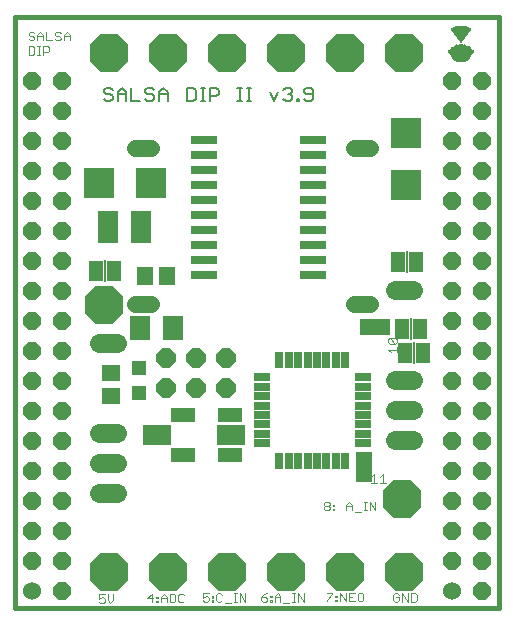
<source format=gts>
G75*
%MOIN*%
%OFA0B0*%
%FSLAX24Y24*%
%IPPOS*%
%LPD*%
%AMOC8*
5,1,8,0,0,1.08239X$1,22.5*
%
%ADD10C,0.0160*%
%ADD11C,0.0030*%
%ADD12C,0.0060*%
%ADD13C,0.0040*%
%ADD14R,0.0540X0.0260*%
%ADD15R,0.0260X0.0540*%
%ADD16OC8,0.0640*%
%ADD17OC8,0.1290*%
%ADD18R,0.0512X0.0512*%
%ADD19R,0.0670X0.0827*%
%ADD20C,0.0600*%
%ADD21OC8,0.0600*%
%ADD22R,0.1040X0.0540*%
%ADD23R,0.0540X0.1040*%
%ADD24R,0.0906X0.0276*%
%ADD25R,0.0552X0.0631*%
%ADD26R,0.0670X0.1103*%
%ADD27R,0.0500X0.0670*%
%ADD28R,0.0060X0.0720*%
%ADD29R,0.0827X0.0473*%
%ADD30R,0.0631X0.0552*%
%ADD31C,0.0555*%
%ADD32R,0.0985X0.0985*%
%ADD33C,0.0640*%
%ADD34R,0.0312X0.0004*%
%ADD35R,0.0344X0.0004*%
%ADD36R,0.0368X0.0004*%
%ADD37R,0.0392X0.0004*%
%ADD38R,0.0408X0.0004*%
%ADD39R,0.0424X0.0004*%
%ADD40R,0.0432X0.0004*%
%ADD41R,0.0448X0.0004*%
%ADD42R,0.0456X0.0004*%
%ADD43R,0.0472X0.0004*%
%ADD44R,0.0480X0.0004*%
%ADD45R,0.0488X0.0004*%
%ADD46R,0.0496X0.0004*%
%ADD47R,0.0504X0.0004*%
%ADD48R,0.0512X0.0004*%
%ADD49R,0.0520X0.0004*%
%ADD50R,0.0528X0.0004*%
%ADD51R,0.0536X0.0004*%
%ADD52R,0.0536X0.0004*%
%ADD53R,0.0544X0.0004*%
%ADD54R,0.0552X0.0004*%
%ADD55R,0.0560X0.0004*%
%ADD56R,0.0560X0.0004*%
%ADD57R,0.0568X0.0004*%
%ADD58R,0.0576X0.0004*%
%ADD59R,0.0584X0.0004*%
%ADD60R,0.0592X0.0004*%
%ADD61R,0.0592X0.0004*%
%ADD62R,0.0600X0.0004*%
%ADD63R,0.0608X0.0004*%
%ADD64R,0.0608X0.0004*%
%ADD65R,0.0616X0.0004*%
%ADD66R,0.0624X0.0004*%
%ADD67R,0.0632X0.0004*%
%ADD68R,0.0632X0.0004*%
%ADD69R,0.0640X0.0004*%
%ADD70R,0.0648X0.0004*%
%ADD71R,0.0648X0.0004*%
%ADD72R,0.0656X0.0004*%
%ADD73R,0.0664X0.0004*%
%ADD74R,0.0664X0.0004*%
%ADD75R,0.0672X0.0004*%
%ADD76R,0.0680X0.0004*%
%ADD77R,0.0680X0.0004*%
%ADD78R,0.0688X0.0004*%
%ADD79R,0.0696X0.0004*%
%ADD80R,0.0700X0.0004*%
%ADD81R,0.0708X0.0004*%
%ADD82R,0.0716X0.0004*%
%ADD83R,0.0720X0.0004*%
%ADD84R,0.0720X0.0004*%
%ADD85R,0.0724X0.0004*%
%ADD86R,0.0808X0.0004*%
%ADD87R,0.0824X0.0004*%
%ADD88R,0.0832X0.0004*%
%ADD89R,0.0840X0.0004*%
%ADD90R,0.0848X0.0004*%
%ADD91R,0.0856X0.0004*%
%ADD92R,0.0860X0.0004*%
%ADD93R,0.0864X0.0004*%
%ADD94R,0.0864X0.0004*%
%ADD95R,0.0868X0.0004*%
%ADD96R,0.0872X0.0004*%
%ADD97R,0.0872X0.0004*%
%ADD98R,0.0860X0.0004*%
%ADD99R,0.0832X0.0004*%
%ADD100R,0.0824X0.0004*%
%ADD101R,0.0708X0.0004*%
%ADD102R,0.0712X0.0004*%
%ADD103R,0.0712X0.0004*%
%ADD104R,0.0700X0.0004*%
%ADD105R,0.0696X0.0004*%
%ADD106R,0.0692X0.0004*%
%ADD107R,0.0668X0.0004*%
%ADD108R,0.0660X0.0004*%
%ADD109R,0.0452X0.0004*%
%ADD110R,0.0188X0.0004*%
%ADD111R,0.0448X0.0004*%
%ADD112R,0.0440X0.0004*%
%ADD113R,0.0184X0.0004*%
%ADD114R,0.0432X0.0004*%
%ADD115R,0.0184X0.0004*%
%ADD116R,0.0424X0.0004*%
%ADD117R,0.0412X0.0004*%
%ADD118R,0.0128X0.0004*%
%ADD119R,0.0044X0.0004*%
%ADD120R,0.0400X0.0004*%
%ADD121R,0.0008X0.0004*%
%ADD122R,0.0388X0.0004*%
%ADD123R,0.0132X0.0004*%
%ADD124R,0.0360X0.0004*%
%ADD125R,0.0136X0.0004*%
%ADD126R,0.0340X0.0004*%
%ADD127R,0.0140X0.0004*%
%ADD128R,0.0328X0.0004*%
%ADD129R,0.0144X0.0004*%
%ADD130R,0.0324X0.0004*%
%ADD131R,0.0148X0.0004*%
%ADD132R,0.0320X0.0004*%
%ADD133R,0.0156X0.0004*%
%ADD134R,0.0316X0.0004*%
%ADD135R,0.0176X0.0004*%
%ADD136R,0.0080X0.0004*%
%ADD137R,0.0052X0.0004*%
%ADD138R,0.0380X0.0004*%
%ADD139R,0.0372X0.0004*%
%ADD140R,0.0356X0.0004*%
%ADD141R,0.0004X0.0004*%
%ADD142R,0.0308X0.0004*%
%ADD143R,0.0060X0.0004*%
%ADD144R,0.0240X0.0004*%
%ADD145R,0.0232X0.0004*%
%ADD146R,0.0044X0.0004*%
%ADD147R,0.0164X0.0004*%
%ADD148R,0.0056X0.0004*%
%ADD149R,0.0036X0.0004*%
%ADD150R,0.0156X0.0004*%
%ADD151R,0.0048X0.0004*%
%ADD152R,0.0024X0.0004*%
%ADD153R,0.0036X0.0004*%
%ADD154R,0.0016X0.0004*%
%ADD155R,0.0028X0.0004*%
%ADD156R,0.0012X0.0004*%
%ADD157R,0.0124X0.0004*%
%ADD158R,0.0108X0.0004*%
%ADD159R,0.0008X0.0004*%
%ADD160R,0.0092X0.0004*%
%ADD161R,0.0068X0.0004*%
%ADD162R,0.0008X0.0004*%
%ADD163R,0.0016X0.0004*%
%ADD164R,0.0024X0.0004*%
%ADD165R,0.0032X0.0004*%
%ADD166R,0.0032X0.0004*%
%ADD167R,0.0040X0.0004*%
%ADD168R,0.0056X0.0004*%
%ADD169R,0.0064X0.0004*%
%ADD170R,0.0072X0.0004*%
%ADD171R,0.0088X0.0004*%
%ADD172R,0.0096X0.0004*%
%ADD173R,0.0104X0.0004*%
%ADD174R,0.0112X0.0004*%
%ADD175R,0.0120X0.0004*%
%ADD176R,0.0124X0.0004*%
%ADD177R,0.0128X0.0004*%
%ADD178R,0.0144X0.0004*%
%ADD179R,0.0152X0.0004*%
%ADD180R,0.0152X0.0004*%
%ADD181R,0.0160X0.0004*%
%ADD182R,0.0168X0.0004*%
%ADD183R,0.0176X0.0004*%
%ADD184R,0.0184X0.0004*%
%ADD185R,0.0192X0.0004*%
%ADD186R,0.0200X0.0004*%
%ADD187R,0.0208X0.0004*%
%ADD188R,0.0216X0.0004*%
%ADD189R,0.0216X0.0004*%
%ADD190R,0.0224X0.0004*%
%ADD191R,0.0232X0.0004*%
%ADD192R,0.0240X0.0004*%
%ADD193R,0.0248X0.0004*%
%ADD194R,0.0256X0.0004*%
%ADD195R,0.0264X0.0004*%
%ADD196R,0.0272X0.0004*%
%ADD197R,0.0280X0.0004*%
%ADD198R,0.0288X0.0004*%
%ADD199R,0.0296X0.0004*%
%ADD200R,0.0304X0.0004*%
%ADD201R,0.0320X0.0004*%
%ADD202R,0.0328X0.0004*%
%ADD203R,0.0336X0.0004*%
%ADD204R,0.0336X0.0004*%
%ADD205R,0.0200X0.0004*%
%ADD206R,0.0128X0.0004*%
%ADD207R,0.0204X0.0004*%
%ADD208R,0.0216X0.0004*%
%ADD209R,0.0228X0.0004*%
%ADD210R,0.0416X0.0004*%
%ADD211R,0.0424X0.0004*%
%ADD212R,0.0428X0.0004*%
%ADD213R,0.0304X0.0004*%
%ADD214R,0.0180X0.0004*%
%ADD215R,0.0112X0.0004*%
%ADD216R,0.0176X0.0004*%
%ADD217R,0.0112X0.0004*%
%ADD218R,0.0132X0.0004*%
%ADD219R,0.0116X0.0004*%
%ADD220R,0.0332X0.0004*%
%ADD221R,0.0336X0.0004*%
%ADD222R,0.0480X0.0004*%
%ADD223R,0.0496X0.0004*%
%ADD224R,0.0512X0.0004*%
%ADD225R,0.0544X0.0004*%
%ADD226R,0.0208X0.0004*%
%ADD227R,0.0356X0.0004*%
%ADD228R,0.0208X0.0004*%
%ADD229R,0.0364X0.0004*%
%ADD230R,0.0212X0.0004*%
%ADD231R,0.0368X0.0004*%
%ADD232R,0.0220X0.0004*%
%ADD233R,0.0600X0.0004*%
%ADD234R,0.0356X0.0004*%
%ADD235R,0.0228X0.0004*%
%ADD236R,0.0236X0.0004*%
%ADD237R,0.0360X0.0004*%
%ADD238R,0.0368X0.0004*%
%ADD239R,0.0244X0.0004*%
%ADD240R,0.0252X0.0004*%
%ADD241R,0.0376X0.0004*%
%ADD242R,0.0672X0.0004*%
%ADD243R,0.0624X0.0004*%
%ADD244R,0.0596X0.0004*%
%ADD245R,0.0552X0.0004*%
%ADD246R,0.0456X0.0004*%
%ADD247R,0.0384X0.0004*%
%ADD248R,0.0352X0.0004*%
%ADD249R,0.0188X0.0004*%
%ADD250R,0.0108X0.0004*%
%ADD251R,0.0946X0.0670*%
D10*
X001046Y000180D02*
X017188Y000180D01*
X017188Y019865D01*
X001046Y019865D01*
X001046Y000180D01*
D11*
X003850Y000383D02*
X003898Y000334D01*
X003995Y000334D01*
X004044Y000383D01*
X004044Y000479D01*
X003995Y000528D01*
X003947Y000528D01*
X003850Y000479D01*
X003850Y000624D01*
X004044Y000624D01*
X004145Y000624D02*
X004145Y000431D01*
X004241Y000334D01*
X004338Y000431D01*
X004338Y000624D01*
X005474Y000502D02*
X005667Y000502D01*
X005768Y000502D02*
X005768Y000550D01*
X005817Y000550D01*
X005817Y000502D01*
X005768Y000502D01*
X005768Y000405D02*
X005768Y000357D01*
X005817Y000357D01*
X005817Y000405D01*
X005768Y000405D01*
X005916Y000357D02*
X005916Y000550D01*
X006012Y000647D01*
X006109Y000550D01*
X006109Y000357D01*
X006210Y000357D02*
X006355Y000357D01*
X006404Y000405D01*
X006404Y000599D01*
X006355Y000647D01*
X006210Y000647D01*
X006210Y000357D01*
X006109Y000502D02*
X005916Y000502D01*
X005619Y000357D02*
X005619Y000647D01*
X005474Y000502D01*
X006505Y000599D02*
X006505Y000405D01*
X006553Y000357D01*
X006650Y000357D01*
X006698Y000405D01*
X006698Y000599D02*
X006650Y000647D01*
X006553Y000647D01*
X006505Y000599D01*
X007319Y000665D02*
X007319Y000520D01*
X007416Y000568D01*
X007465Y000568D01*
X007513Y000520D01*
X007513Y000423D01*
X007465Y000375D01*
X007368Y000375D01*
X007319Y000423D01*
X007319Y000665D02*
X007513Y000665D01*
X007614Y000568D02*
X007614Y000520D01*
X007662Y000520D01*
X007662Y000568D01*
X007614Y000568D01*
X007614Y000423D02*
X007614Y000375D01*
X007662Y000375D01*
X007662Y000423D01*
X007614Y000423D01*
X007761Y000423D02*
X007810Y000375D01*
X007906Y000375D01*
X007955Y000423D01*
X008056Y000327D02*
X008250Y000327D01*
X008351Y000375D02*
X008447Y000375D01*
X008399Y000375D02*
X008399Y000665D01*
X008351Y000665D02*
X008447Y000665D01*
X008547Y000665D02*
X008741Y000375D01*
X008741Y000665D01*
X008547Y000665D02*
X008547Y000375D01*
X007955Y000617D02*
X007906Y000665D01*
X007810Y000665D01*
X007761Y000617D01*
X007761Y000423D01*
X009271Y000427D02*
X009319Y000379D01*
X009416Y000379D01*
X009465Y000427D01*
X009465Y000476D01*
X009416Y000524D01*
X009271Y000524D01*
X009271Y000427D01*
X009271Y000524D02*
X009368Y000621D01*
X009465Y000669D01*
X009566Y000572D02*
X009566Y000524D01*
X009614Y000524D01*
X009614Y000572D01*
X009566Y000572D01*
X009566Y000427D02*
X009566Y000379D01*
X009614Y000379D01*
X009614Y000427D01*
X009566Y000427D01*
X009713Y000379D02*
X009713Y000572D01*
X009810Y000669D01*
X009907Y000572D01*
X009907Y000379D01*
X010008Y000331D02*
X010201Y000331D01*
X010302Y000379D02*
X010399Y000379D01*
X010351Y000379D02*
X010351Y000669D01*
X010399Y000669D02*
X010302Y000669D01*
X010499Y000669D02*
X010692Y000379D01*
X010692Y000669D01*
X010499Y000669D02*
X010499Y000379D01*
X009907Y000524D02*
X009713Y000524D01*
X011446Y000437D02*
X011446Y000389D01*
X011446Y000437D02*
X011639Y000631D01*
X011639Y000679D01*
X011446Y000679D01*
X011740Y000582D02*
X011740Y000534D01*
X011789Y000534D01*
X011789Y000582D01*
X011740Y000582D01*
X011740Y000437D02*
X011740Y000389D01*
X011789Y000389D01*
X011789Y000437D01*
X011740Y000437D01*
X011888Y000389D02*
X011888Y000679D01*
X012081Y000389D01*
X012081Y000679D01*
X012182Y000679D02*
X012182Y000389D01*
X012376Y000389D01*
X012477Y000437D02*
X012525Y000389D01*
X012622Y000389D01*
X012670Y000437D01*
X012670Y000631D01*
X012622Y000679D01*
X012525Y000679D01*
X012477Y000631D01*
X012477Y000437D01*
X012279Y000534D02*
X012182Y000534D01*
X012182Y000679D02*
X012376Y000679D01*
X013661Y000618D02*
X013661Y000424D01*
X013709Y000376D01*
X013806Y000376D01*
X013854Y000424D01*
X013854Y000521D01*
X013758Y000521D01*
X013854Y000618D02*
X013806Y000666D01*
X013709Y000666D01*
X013661Y000618D01*
X013955Y000666D02*
X013955Y000376D01*
X014149Y000376D02*
X014149Y000666D01*
X014250Y000666D02*
X014395Y000666D01*
X014444Y000618D01*
X014444Y000424D01*
X014395Y000376D01*
X014250Y000376D01*
X014250Y000666D01*
X013955Y000666D02*
X014149Y000376D01*
X012582Y003378D02*
X012389Y003378D01*
X012288Y003426D02*
X012288Y003620D01*
X012191Y003716D01*
X012094Y003620D01*
X012094Y003426D01*
X012094Y003571D02*
X012288Y003571D01*
X012684Y003426D02*
X012780Y003426D01*
X012732Y003426D02*
X012732Y003716D01*
X012684Y003716D02*
X012780Y003716D01*
X012880Y003716D02*
X012880Y003426D01*
X013074Y003426D02*
X012880Y003716D01*
X013074Y003716D02*
X013074Y003426D01*
X013115Y004339D02*
X012922Y004339D01*
X013019Y004339D02*
X013019Y004629D01*
X012922Y004532D01*
X013217Y004532D02*
X013313Y004629D01*
X013313Y004339D01*
X013217Y004339D02*
X013410Y004339D01*
X011701Y003620D02*
X011701Y003571D01*
X011652Y003571D01*
X011652Y003620D01*
X011701Y003620D01*
X011701Y003474D02*
X011652Y003474D01*
X011652Y003426D01*
X011701Y003426D01*
X011701Y003474D01*
X011551Y003474D02*
X011503Y003426D01*
X011406Y003426D01*
X011358Y003474D01*
X011358Y003523D01*
X011406Y003571D01*
X011503Y003571D01*
X011551Y003523D01*
X011551Y003474D01*
X011503Y003571D02*
X011551Y003620D01*
X011551Y003668D01*
X011503Y003716D01*
X011406Y003716D01*
X011358Y003668D01*
X011358Y003620D01*
X011406Y003571D01*
X013596Y008690D02*
X013499Y008786D01*
X013790Y008786D01*
X013790Y008690D02*
X013790Y008883D01*
X013741Y008984D02*
X013548Y009178D01*
X013741Y009178D01*
X013790Y009129D01*
X013790Y009033D01*
X013741Y008984D01*
X013548Y008984D01*
X013499Y009033D01*
X013499Y009129D01*
X013548Y009178D01*
X005299Y009639D02*
X005299Y009833D01*
X005250Y009881D01*
X005153Y009881D01*
X005105Y009833D01*
X005105Y009785D01*
X005153Y009736D01*
X005299Y009736D01*
X005299Y009639D02*
X005250Y009591D01*
X005153Y009591D01*
X005105Y009639D01*
D12*
X004940Y017075D02*
X005234Y017075D01*
X005400Y017148D02*
X005474Y017075D01*
X005621Y017075D01*
X005694Y017148D01*
X005694Y017221D01*
X005621Y017295D01*
X005474Y017295D01*
X005400Y017368D01*
X005400Y017442D01*
X005474Y017515D01*
X005621Y017515D01*
X005694Y017442D01*
X005861Y017368D02*
X005861Y017075D01*
X005861Y017295D02*
X006154Y017295D01*
X006154Y017368D02*
X006154Y017075D01*
X006154Y017368D02*
X006008Y017515D01*
X005861Y017368D01*
X006782Y017515D02*
X006782Y017075D01*
X007002Y017075D01*
X007075Y017148D01*
X007075Y017442D01*
X007002Y017515D01*
X006782Y017515D01*
X007242Y017515D02*
X007389Y017515D01*
X007315Y017515D02*
X007315Y017075D01*
X007242Y017075D02*
X007389Y017075D01*
X007549Y017075D02*
X007549Y017515D01*
X007769Y017515D01*
X007843Y017442D01*
X007843Y017295D01*
X007769Y017221D01*
X007549Y017221D01*
X008470Y017075D02*
X008617Y017075D01*
X008543Y017075D02*
X008543Y017515D01*
X008470Y017515D02*
X008617Y017515D01*
X008777Y017515D02*
X008923Y017515D01*
X008850Y017515D02*
X008850Y017075D01*
X008777Y017075D02*
X008923Y017075D01*
X009544Y017368D02*
X009691Y017075D01*
X009838Y017368D01*
X010004Y017442D02*
X010078Y017515D01*
X010225Y017515D01*
X010298Y017442D01*
X010298Y017368D01*
X010225Y017295D01*
X010298Y017221D01*
X010298Y017148D01*
X010225Y017075D01*
X010078Y017075D01*
X010004Y017148D01*
X010151Y017295D02*
X010225Y017295D01*
X010465Y017148D02*
X010538Y017148D01*
X010538Y017075D01*
X010465Y017075D01*
X010465Y017148D01*
X010695Y017148D02*
X010768Y017075D01*
X010915Y017075D01*
X010989Y017148D01*
X010989Y017442D01*
X010915Y017515D01*
X010768Y017515D01*
X010695Y017442D01*
X010695Y017368D01*
X010768Y017295D01*
X010989Y017295D01*
X004940Y017515D02*
X004940Y017075D01*
X004773Y017075D02*
X004773Y017368D01*
X004626Y017515D01*
X004480Y017368D01*
X004480Y017075D01*
X004313Y017148D02*
X004239Y017075D01*
X004093Y017075D01*
X004019Y017148D01*
X004093Y017295D02*
X004239Y017295D01*
X004313Y017221D01*
X004313Y017148D01*
X004480Y017295D02*
X004773Y017295D01*
X004313Y017442D02*
X004239Y017515D01*
X004093Y017515D01*
X004019Y017442D01*
X004019Y017368D01*
X004093Y017295D01*
D13*
X002876Y019090D02*
X002876Y019277D01*
X002782Y019371D01*
X002689Y019277D01*
X002689Y019090D01*
X002581Y019137D02*
X002534Y019090D01*
X002441Y019090D01*
X002394Y019137D01*
X002441Y019230D02*
X002534Y019230D01*
X002581Y019184D01*
X002581Y019137D01*
X002689Y019230D02*
X002876Y019230D01*
X002581Y019324D02*
X002534Y019371D01*
X002441Y019371D01*
X002394Y019324D01*
X002394Y019277D01*
X002441Y019230D01*
X002286Y019090D02*
X002100Y019090D01*
X002100Y019371D01*
X001992Y019277D02*
X001992Y019090D01*
X001992Y019230D02*
X001805Y019230D01*
X001805Y019277D02*
X001805Y019090D01*
X001697Y019137D02*
X001650Y019090D01*
X001557Y019090D01*
X001510Y019137D01*
X001557Y019230D02*
X001650Y019230D01*
X001697Y019184D01*
X001697Y019137D01*
X001557Y019230D02*
X001510Y019277D01*
X001510Y019324D01*
X001557Y019371D01*
X001650Y019371D01*
X001697Y019324D01*
X001805Y019277D02*
X001898Y019371D01*
X001992Y019277D01*
X002001Y018891D02*
X002142Y018891D01*
X002188Y018844D01*
X002188Y018750D01*
X002142Y018704D01*
X002001Y018704D01*
X002001Y018610D02*
X002001Y018891D01*
X001898Y018891D02*
X001805Y018891D01*
X001852Y018891D02*
X001852Y018610D01*
X001898Y018610D02*
X001805Y018610D01*
X001697Y018657D02*
X001650Y018610D01*
X001510Y018610D01*
X001510Y018891D01*
X001650Y018891D01*
X001697Y018844D01*
X001697Y018657D01*
D14*
X009277Y007865D03*
X009277Y007550D03*
X009277Y007235D03*
X009277Y006920D03*
X009277Y006605D03*
X009277Y006290D03*
X009277Y005975D03*
X009277Y005660D03*
X012657Y005660D03*
X012657Y005975D03*
X012657Y006290D03*
X012657Y006605D03*
X012657Y006920D03*
X012657Y007235D03*
X012657Y007550D03*
X012657Y007865D03*
D15*
X012069Y008453D03*
X011754Y008453D03*
X011440Y008453D03*
X011125Y008453D03*
X010810Y008453D03*
X010495Y008453D03*
X010180Y008453D03*
X009865Y008453D03*
X009865Y005073D03*
X010180Y005073D03*
X010495Y005073D03*
X010810Y005073D03*
X011125Y005073D03*
X011440Y005073D03*
X011754Y005073D03*
X012069Y005073D03*
D16*
X008085Y007507D03*
X008085Y008507D03*
X007085Y008507D03*
X006085Y008507D03*
X006085Y007507D03*
X007085Y007507D03*
D17*
X004029Y010271D03*
X004195Y018684D03*
X006164Y018684D03*
X008132Y018684D03*
X010101Y018684D03*
X012069Y018684D03*
X014038Y018684D03*
X013943Y003796D03*
X014038Y001361D03*
X012069Y001361D03*
X010101Y001361D03*
X008132Y001361D03*
X006164Y001361D03*
X004195Y001361D03*
D18*
X005186Y007344D03*
X005186Y008171D03*
D19*
X005221Y009498D03*
X006323Y009498D03*
D20*
X001617Y000735D03*
X015617Y000735D03*
D21*
X016617Y000735D03*
X016617Y001735D03*
X016617Y002735D03*
X016617Y003735D03*
X016617Y004735D03*
X016617Y005735D03*
X016617Y006735D03*
X016617Y007735D03*
X016617Y008735D03*
X016617Y009735D03*
X016617Y010735D03*
X016617Y011735D03*
X016617Y012735D03*
X016617Y013735D03*
X016617Y014735D03*
X016617Y015735D03*
X016617Y016735D03*
X016617Y017735D03*
X015617Y017735D03*
X015617Y016735D03*
X015617Y015735D03*
X015617Y014735D03*
X015617Y013735D03*
X015617Y012735D03*
X015617Y011735D03*
X015617Y010735D03*
X015617Y009735D03*
X015617Y008735D03*
X015617Y007735D03*
X015617Y006735D03*
X015617Y005735D03*
X015617Y004735D03*
X015617Y003735D03*
X015617Y002735D03*
X015617Y001735D03*
X002617Y001735D03*
X002617Y000735D03*
X001617Y001735D03*
X001617Y002735D03*
X001617Y003735D03*
X001617Y004735D03*
X001617Y005735D03*
X001617Y006735D03*
X001617Y007735D03*
X001617Y008735D03*
X001617Y009735D03*
X001617Y010735D03*
X001617Y011735D03*
X001617Y012735D03*
X001617Y013735D03*
X001617Y014735D03*
X001617Y015735D03*
X001617Y016735D03*
X001617Y017735D03*
X002617Y017735D03*
X002617Y016735D03*
X002617Y015735D03*
X002617Y014735D03*
X002617Y013735D03*
X002617Y012735D03*
X002617Y011735D03*
X002617Y010735D03*
X002617Y009735D03*
X002617Y008735D03*
X002617Y007735D03*
X002617Y006735D03*
X002617Y005735D03*
X002617Y004735D03*
X002617Y003735D03*
X002617Y002735D03*
D22*
X013063Y009533D03*
D23*
X012701Y004866D03*
D24*
X010986Y011273D03*
X010986Y011773D03*
X010986Y012273D03*
X010986Y012773D03*
X010986Y013273D03*
X010986Y013773D03*
X010986Y014273D03*
X010986Y014773D03*
X010986Y015273D03*
X010986Y015773D03*
X007364Y015773D03*
X007364Y015273D03*
X007364Y014773D03*
X007364Y014273D03*
X007364Y013773D03*
X007364Y013273D03*
X007364Y012773D03*
X007364Y012273D03*
X007364Y011773D03*
X007364Y011273D03*
D25*
X006125Y011232D03*
X005377Y011232D03*
D26*
X005265Y012866D03*
X004163Y012866D03*
D27*
X004361Y011410D03*
X003761Y011410D03*
X013827Y011693D03*
X014427Y011693D03*
X014571Y009470D03*
X013971Y009470D03*
X014046Y008670D03*
X014646Y008670D03*
D28*
X014346Y008670D03*
X014271Y009470D03*
X014127Y011693D03*
X004061Y011410D03*
D29*
X006648Y006609D03*
X006648Y005271D03*
X008223Y005271D03*
X008223Y006609D03*
D30*
X004246Y007246D03*
X004246Y007994D03*
D31*
X005068Y010320D02*
X005583Y010320D01*
X005583Y015520D02*
X005068Y015520D01*
X012368Y015520D02*
X012883Y015520D01*
X012883Y010320D02*
X012368Y010320D01*
D32*
X014086Y014279D03*
X014086Y016011D03*
X005602Y014335D03*
X003870Y014335D03*
D33*
X003856Y008990D02*
X004456Y008990D01*
X004456Y005990D02*
X003856Y005990D01*
X003856Y004990D02*
X004456Y004990D01*
X004456Y003990D02*
X003856Y003990D01*
X013711Y005755D02*
X014311Y005755D01*
X014311Y006755D02*
X013711Y006755D01*
X013711Y007755D02*
X014311Y007755D01*
X014311Y010755D02*
X013711Y010755D01*
D34*
X015926Y018382D03*
X015930Y018894D03*
X015926Y019194D03*
X015926Y019198D03*
D35*
X015926Y018386D03*
D36*
X015926Y018390D03*
D37*
X015926Y018394D03*
X015902Y018878D03*
D38*
X015926Y019258D03*
X015926Y019262D03*
X015926Y019518D03*
X015926Y018398D03*
D39*
X015926Y018402D03*
D40*
X015926Y018406D03*
X015926Y019278D03*
X015926Y019514D03*
D41*
X015926Y018410D03*
D42*
X015926Y018414D03*
D43*
X015926Y018418D03*
D44*
X015926Y018422D03*
X015926Y019506D03*
D45*
X015926Y019314D03*
X015926Y018426D03*
D46*
X015926Y018430D03*
D47*
X015926Y018434D03*
X015926Y019326D03*
D48*
X015926Y019498D03*
X015926Y018438D03*
D49*
X015926Y018442D03*
X015926Y019334D03*
X015926Y019338D03*
D50*
X015926Y019342D03*
X015926Y018446D03*
D51*
X015926Y018450D03*
D52*
X015926Y018454D03*
X015926Y019346D03*
X015926Y019494D03*
D53*
X015926Y019354D03*
X015926Y018458D03*
D54*
X015926Y018462D03*
X015926Y019358D03*
D55*
X015926Y019362D03*
X015926Y018466D03*
D56*
X015926Y018470D03*
D57*
X015926Y018474D03*
X015926Y019366D03*
X015926Y019486D03*
D58*
X015926Y018482D03*
X015926Y018478D03*
D59*
X015926Y018486D03*
X015926Y019482D03*
D60*
X015926Y018490D03*
D61*
X015926Y018494D03*
D62*
X015926Y018498D03*
X015926Y018502D03*
D63*
X015926Y018506D03*
X015926Y019474D03*
D64*
X015926Y018510D03*
D65*
X015926Y018514D03*
X015926Y018518D03*
D66*
X015926Y018522D03*
X015926Y018526D03*
D67*
X015926Y018530D03*
D68*
X015926Y018534D03*
X015926Y019466D03*
D69*
X015926Y018542D03*
X015926Y018538D03*
D70*
X015926Y018546D03*
X015926Y018554D03*
X015926Y019462D03*
D71*
X015926Y018550D03*
D72*
X015926Y018558D03*
X015926Y018562D03*
X015926Y019426D03*
X015926Y019458D03*
D73*
X015926Y019454D03*
X015926Y019434D03*
X015926Y018566D03*
D74*
X015926Y018570D03*
X015926Y019430D03*
D75*
X015926Y019438D03*
X015930Y018806D03*
X015926Y018582D03*
X015926Y018578D03*
X015926Y018574D03*
D76*
X015926Y018586D03*
X015926Y018802D03*
X015926Y019442D03*
X015926Y019446D03*
D77*
X015926Y018590D03*
D78*
X015926Y018594D03*
X015926Y018598D03*
X015926Y018798D03*
D79*
X015926Y018606D03*
X015926Y018602D03*
D80*
X015928Y018610D03*
D81*
X015928Y018614D03*
X015928Y018618D03*
D82*
X015928Y018622D03*
X015928Y018626D03*
D83*
X015926Y018630D03*
D84*
X015926Y018634D03*
D85*
X015924Y018638D03*
D86*
X015926Y018642D03*
X015926Y018734D03*
D87*
X015926Y018646D03*
D88*
X015926Y018650D03*
D89*
X015926Y018654D03*
X015926Y018722D03*
D90*
X015926Y018718D03*
X015926Y018658D03*
D91*
X015926Y018662D03*
X015926Y018714D03*
D92*
X015924Y018666D03*
D93*
X015926Y018670D03*
D94*
X015926Y018674D03*
X015926Y018702D03*
X015926Y018706D03*
D95*
X015924Y018698D03*
X015924Y018682D03*
X015924Y018678D03*
D96*
X015926Y018686D03*
X015926Y018694D03*
D97*
X015926Y018690D03*
D98*
X015924Y018710D03*
D99*
X015926Y018726D03*
D100*
X015926Y018730D03*
D101*
X015916Y018766D03*
X015920Y018778D03*
D102*
X015918Y018770D03*
D103*
X015918Y018774D03*
D104*
X015920Y018782D03*
X015920Y018786D03*
D105*
X015922Y018790D03*
D106*
X015924Y018794D03*
D107*
X015932Y018810D03*
D108*
X015932Y018814D03*
X015932Y018818D03*
D109*
X016032Y018822D03*
D110*
X015700Y018838D03*
X015696Y018826D03*
X015696Y018822D03*
D111*
X016034Y018826D03*
D112*
X016034Y018830D03*
D113*
X015698Y018830D03*
D114*
X016034Y018834D03*
D115*
X015698Y018834D03*
D116*
X016038Y018838D03*
D117*
X016040Y018842D03*
D118*
X015738Y018846D03*
X015734Y018842D03*
X015818Y019218D03*
X015814Y019222D03*
D119*
X015628Y018842D03*
D120*
X016042Y018846D03*
X015926Y019254D03*
D121*
X015926Y018994D03*
X015610Y018846D03*
D122*
X016044Y018850D03*
D123*
X015744Y018850D03*
X016088Y019290D03*
D124*
X016038Y019378D03*
X016054Y018854D03*
D125*
X015926Y018922D03*
X015926Y019078D03*
X015806Y019238D03*
X015746Y018854D03*
D126*
X016060Y018858D03*
D127*
X015752Y018858D03*
X015804Y019242D03*
D128*
X015994Y019298D03*
X016058Y018862D03*
D129*
X015758Y018862D03*
D130*
X016056Y018866D03*
D131*
X015928Y018918D03*
X015764Y018866D03*
D132*
X016050Y018870D03*
X015926Y019530D03*
D133*
X015808Y019250D03*
X015772Y018870D03*
D134*
X016044Y018874D03*
D135*
X015790Y018874D03*
D136*
X015926Y019038D03*
X015926Y019042D03*
X016154Y018878D03*
D137*
X016152Y018882D03*
X016052Y018906D03*
D138*
X015904Y018882D03*
D139*
X015908Y018886D03*
D140*
X015912Y018890D03*
X016032Y019370D03*
D141*
X015760Y018894D03*
D142*
X015932Y018898D03*
D143*
X016052Y018902D03*
D144*
X015898Y018902D03*
X015926Y019146D03*
X016126Y019414D03*
X015926Y019538D03*
D145*
X016114Y019394D03*
X016118Y019398D03*
X015898Y018906D03*
D146*
X016056Y018910D03*
D147*
X015928Y018910D03*
D148*
X015814Y018910D03*
D149*
X016056Y018914D03*
D150*
X015928Y018914D03*
D151*
X015926Y019018D03*
X015810Y018914D03*
D152*
X016058Y018918D03*
D153*
X015928Y018942D03*
X015808Y018918D03*
D154*
X015802Y018926D03*
X016058Y018922D03*
D155*
X015804Y018922D03*
D156*
X016060Y018926D03*
D157*
X015928Y018926D03*
X016084Y019282D03*
X015752Y019306D03*
D158*
X015928Y018930D03*
D159*
X015798Y018930D03*
D160*
X015928Y018934D03*
D161*
X015928Y018938D03*
D162*
X015926Y018990D03*
D163*
X015926Y018998D03*
D164*
X015926Y019002D03*
D165*
X015926Y019006D03*
D166*
X015926Y019010D03*
D167*
X015926Y019014D03*
D168*
X015926Y019022D03*
X015926Y019026D03*
D169*
X015926Y019030D03*
D170*
X015926Y019034D03*
D171*
X015926Y019046D03*
D172*
X015926Y019050D03*
D173*
X015926Y019054D03*
X015926Y019058D03*
D174*
X015926Y019062D03*
D175*
X015926Y019066D03*
X015750Y019302D03*
D176*
X015928Y019070D03*
D177*
X015926Y019074D03*
X015810Y019226D03*
X015806Y019234D03*
X016086Y019286D03*
D178*
X015926Y019082D03*
X015806Y019246D03*
D179*
X015926Y019086D03*
D180*
X015926Y019090D03*
D181*
X015926Y019094D03*
D182*
X015926Y019098D03*
X015926Y019102D03*
D183*
X015926Y019106D03*
D184*
X015926Y019110D03*
D185*
X015926Y019114D03*
X015926Y019118D03*
D186*
X015926Y019122D03*
X015998Y019218D03*
X016002Y019222D03*
X016006Y019226D03*
D187*
X016010Y019238D03*
X015926Y019126D03*
D188*
X015926Y019130D03*
D189*
X015926Y019134D03*
D190*
X015926Y019138D03*
D191*
X015926Y019142D03*
X016122Y019406D03*
D192*
X015926Y019150D03*
D193*
X015926Y019154D03*
D194*
X015926Y019158D03*
D195*
X015926Y019162D03*
X015926Y019166D03*
D196*
X015926Y019170D03*
D197*
X015926Y019174D03*
X015926Y019534D03*
D198*
X015926Y019182D03*
X015926Y019178D03*
D199*
X015926Y019186D03*
D200*
X015926Y019190D03*
D201*
X015926Y019202D03*
D202*
X015926Y019206D03*
D203*
X015926Y019210D03*
D204*
X015926Y019214D03*
D205*
X016006Y019230D03*
D206*
X015810Y019230D03*
D207*
X015740Y019374D03*
X016008Y019234D03*
D208*
X016010Y019242D03*
X016010Y019246D03*
D209*
X016008Y019250D03*
D210*
X015926Y019266D03*
D211*
X015926Y019270D03*
D212*
X015924Y019274D03*
D213*
X015858Y019282D03*
D214*
X015916Y019286D03*
X015920Y019294D03*
D215*
X015758Y019286D03*
X015754Y019294D03*
D216*
X015918Y019290D03*
D217*
X015754Y019290D03*
D218*
X016088Y019294D03*
D219*
X015752Y019298D03*
D220*
X015996Y019302D03*
D221*
X015994Y019306D03*
D222*
X015926Y019310D03*
D223*
X015926Y019318D03*
X015926Y019322D03*
X015926Y019502D03*
D224*
X015926Y019330D03*
D225*
X015926Y019350D03*
D226*
X015746Y019370D03*
D227*
X015796Y019398D03*
X015796Y019402D03*
X016036Y019374D03*
D228*
X015738Y019378D03*
D229*
X016040Y019382D03*
D230*
X015736Y019382D03*
D231*
X016038Y019386D03*
D232*
X015740Y019386D03*
D233*
X015926Y019390D03*
D234*
X015800Y019394D03*
X015792Y019406D03*
D235*
X016120Y019402D03*
D236*
X016124Y019410D03*
D237*
X015790Y019410D03*
D238*
X015790Y019414D03*
X015790Y019418D03*
D239*
X016124Y019418D03*
D240*
X016124Y019422D03*
D241*
X015790Y019422D03*
D242*
X015926Y019450D03*
D243*
X015926Y019470D03*
D244*
X015924Y019478D03*
D245*
X015926Y019490D03*
D246*
X015926Y019510D03*
D247*
X015926Y019522D03*
D248*
X015926Y019526D03*
D249*
X015928Y019542D03*
D250*
X015924Y019546D03*
D251*
X008266Y005945D03*
X005786Y005945D03*
M02*

</source>
